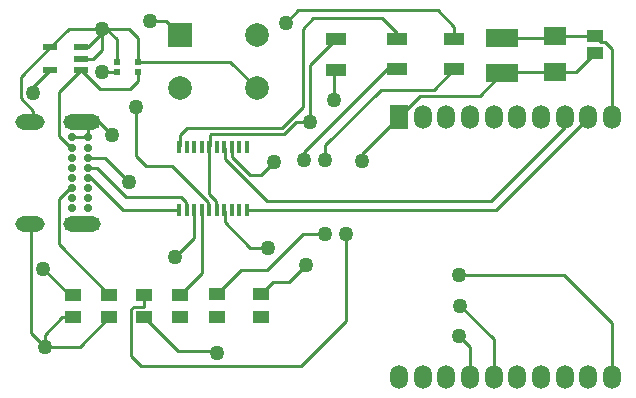
<source format=gtl>
G04*
G04 #@! TF.GenerationSoftware,Altium Limited,CircuitMaker,2.2.1 (2.2.1.6)*
G04*
G04 Layer_Physical_Order=1*
G04 Layer_Color=25308*
%FSLAX42Y42*%
%MOMM*%
G71*
G04*
G04 #@! TF.SameCoordinates,5355ADBA-153D-489E-8AFD-21DFC59981DC*
G04*
G04*
G04 #@! TF.FilePolarity,Positive*
G04*
G01*
G75*
%ADD11C,0.25*%
%ADD14R,0.38X1.14*%
%ADD15R,1.20X0.55*%
%ADD16R,1.70X1.10*%
%ADD17R,1.40X1.02*%
%ADD18R,0.55X0.55*%
%ADD19R,2.80X1.50*%
%ADD20R,1.90X1.50*%
%ADD21R,1.35X1.10*%
%ADD39C,2.00*%
%ADD40R,2.00X2.00*%
%ADD41O,1.52X2.03*%
%ADD42R,1.52X2.03*%
G04:AMPARAMS|DCode=43|XSize=1.3mm|YSize=2.5mm|CornerRadius=0.65mm|HoleSize=0mm|Usage=FLASHONLY|Rotation=270.000|XOffset=0mm|YOffset=0mm|HoleType=Round|Shape=RoundedRectangle|*
%AMROUNDEDRECTD43*
21,1,1.30,1.20,0,0,270.0*
21,1,0.00,2.50,0,0,270.0*
1,1,1.30,-0.60,0.00*
1,1,1.30,-0.60,0.00*
1,1,1.30,0.60,0.00*
1,1,1.30,0.60,0.00*
%
%ADD43ROUNDEDRECTD43*%
G04:AMPARAMS|DCode=44|XSize=1.3mm|YSize=3.2mm|CornerRadius=0.65mm|HoleSize=0mm|Usage=FLASHONLY|Rotation=270.000|XOffset=0mm|YOffset=0mm|HoleType=Round|Shape=RoundedRectangle|*
%AMROUNDEDRECTD44*
21,1,1.30,1.90,0,0,270.0*
21,1,0.00,3.20,0,0,270.0*
1,1,1.30,-0.95,0.00*
1,1,1.30,-0.95,0.00*
1,1,1.30,0.95,0.00*
1,1,1.30,0.95,0.00*
%
%ADD44ROUNDEDRECTD44*%
%ADD45C,0.70*%
%ADD46C,1.27*%
D11*
X5651Y10858D02*
X6099D01*
X4953Y11532D02*
X6134D01*
X6487Y10808D02*
X6680Y11001D01*
X5979Y10808D02*
X6487D01*
X3912Y9449D02*
X4070Y9608D01*
Y9841D01*
X4635Y10135D02*
X4750Y10249D01*
X4547Y10135D02*
X4635D01*
X4388Y10293D02*
X4547Y10135D01*
X4388Y10293D02*
Y10377D01*
X3581Y10300D02*
Y10719D01*
Y10300D02*
X3662Y10219D01*
X3264Y10592D02*
X3378Y10478D01*
X3125Y10592D02*
X3264D01*
X3175Y10457D02*
Y10542D01*
X3125Y10592D02*
X3175Y10542D01*
X3040Y10457D02*
X3175D01*
X2692Y8801D02*
X2807Y8687D01*
X2692Y8801D02*
Y9710D01*
X2710Y9728D01*
X2603Y10969D02*
X2854Y11220D01*
X2603Y10791D02*
Y10969D01*
Y10791D02*
X2710Y10685D01*
Y10592D02*
Y10685D01*
X4936Y10592D02*
X5055D01*
X4834Y10490D02*
X4936Y10592D01*
X4216Y10490D02*
X4834D01*
X4204Y10478D02*
X4216Y10490D01*
X4204Y10384D02*
Y10478D01*
X4197Y10377D02*
X4204Y10384D01*
X6312Y8776D02*
X6406Y8682D01*
Y8433D02*
Y8682D01*
X7610Y8433D02*
Y8887D01*
X7201Y9296D02*
X7610Y8887D01*
X6312Y9296D02*
X7201D01*
X3696Y11443D02*
X3835D01*
X3950Y11328D01*
X6607Y8433D02*
Y8748D01*
X6325Y9030D02*
X6607Y8748D01*
X4254Y8649D02*
X4267Y8636D01*
X3931Y8649D02*
X4254D01*
X3645Y8934D02*
X3931Y8649D01*
X5488Y10257D02*
Y10317D01*
X5804Y10632D01*
X5055Y10592D02*
Y11074D01*
X5271Y11290D01*
X4254Y9848D02*
X4261Y9841D01*
X4254Y9848D02*
Y9923D01*
X4197Y9980D02*
X4254Y9923D01*
X4197Y9980D02*
Y10377D01*
X3594Y11100D02*
X4378D01*
X4600Y10878D01*
X2927Y10843D02*
X3115Y11030D01*
X2927Y10467D02*
Y10843D01*
X3594Y10935D02*
Y11010D01*
X3531Y10871D02*
X3594Y10935D01*
X7610Y10632D02*
Y11210D01*
X7551Y11269D02*
X7610Y11210D01*
X7514Y11269D02*
X7551D01*
X7468Y11316D02*
X7514Y11269D01*
X7112Y11301D02*
X7125Y11313D01*
X6680Y11301D02*
X7112D01*
X7465Y11313D02*
X7468Y11316D01*
X7125Y11313D02*
X7465D01*
X7125Y11013D02*
X7305D01*
X7468Y11176D01*
X6680Y11001D02*
X6693Y11013D01*
X7125D01*
X5804Y10632D02*
X5979Y10808D01*
X5705Y11033D02*
X5791D01*
Y11293D02*
Y11341D01*
X5664Y11468D02*
X5791Y11341D01*
X5080Y11468D02*
X5664D01*
X4978Y8522D02*
X5359Y8903D01*
X3619Y8522D02*
X4978D01*
X3537Y8604D02*
X3619Y8522D01*
X2807Y8687D02*
X3105D01*
X2807D02*
Y8788D01*
X2953Y8934D01*
X3105Y8687D02*
X3353Y8934D01*
X5258Y11018D02*
X5271Y11030D01*
X5258Y10770D02*
Y11018D01*
X5359Y8903D02*
Y9639D01*
X3537Y8604D02*
Y9001D01*
X3559Y9023D01*
X3645D01*
Y9125D01*
X5004Y10332D02*
X5705Y11033D01*
X5004Y10262D02*
Y10332D01*
X5182Y10262D02*
Y10389D01*
X5651Y10858D01*
X4813Y10541D02*
X4991Y10719D01*
X4267Y9131D02*
X4470Y9335D01*
X4686D01*
X4991Y9639D01*
X5182D01*
X4839Y9233D02*
X4877D01*
X5017Y9373D01*
X4734Y9232D02*
X4839Y9233D01*
X4635Y9131D02*
X4734Y9232D01*
X3016Y9125D02*
X3048D01*
X2953Y8934D02*
X3048D01*
X2794Y9347D02*
X3016Y9125D01*
X3950D02*
X4134Y9309D01*
X2927Y9551D02*
X3353Y9125D01*
X6099Y10858D02*
X6274Y11033D01*
X4991Y11379D02*
X5080Y11468D01*
X4991Y10719D02*
Y11379D01*
X3213Y11125D02*
X3289Y11201D01*
Y11341D01*
X3327Y11379D02*
X3518D01*
X3289Y11341D02*
Y11379D01*
X3327D01*
X3416Y11290D01*
X3168Y11220D02*
X3289Y11341D01*
X3013Y11379D02*
X3289D01*
X2705Y10881D02*
X2854Y11030D01*
X2705Y10833D02*
Y10881D01*
X3289Y11011D02*
X3290Y11010D01*
X3416D01*
Y11100D02*
Y11290D01*
X3518Y11379D02*
X3594Y11303D01*
X2854Y11220D02*
X3013Y11379D01*
X3594Y11100D02*
Y11303D01*
X3115Y11125D02*
X3213D01*
X3115Y11220D02*
X3168D01*
X3274Y10871D02*
X3531D01*
X3115Y11030D02*
X3274Y10871D01*
X3010Y10384D02*
X3040D01*
X4013Y10541D02*
X4813D01*
X3950Y10478D02*
X4013Y10541D01*
X3950Y10384D02*
Y10478D01*
X3943Y10377D02*
X3950Y10384D01*
X6274Y11293D02*
Y11392D01*
X6134Y11532D02*
X6274Y11392D01*
X4851Y11430D02*
X4953Y11532D01*
X4546Y9525D02*
X4699D01*
X4331Y9741D02*
X4546Y9525D01*
X4331Y9741D02*
Y9835D01*
X4324Y9841D02*
X4331Y9835D01*
X7211Y10549D02*
Y10630D01*
X6580Y9918D02*
X7211Y10549D01*
X4689Y9918D02*
X6580D01*
X4331Y10277D02*
X4689Y9918D01*
X4331Y10277D02*
Y10371D01*
X4324Y10377D02*
X4331Y10371D01*
X6623Y9841D02*
X7412Y10630D01*
X4515Y9841D02*
X6623D01*
X4134Y9309D02*
Y9841D01*
X3662Y10219D02*
X3886D01*
X4191Y9848D02*
X4197Y9841D01*
X4191Y9848D02*
Y9914D01*
X3886Y10219D02*
X4191Y9914D01*
X3315Y10287D02*
X3518Y10084D01*
X3469Y9841D02*
X3943D01*
X3193Y10117D02*
X3469Y9841D01*
X3175Y10117D02*
X3193D01*
X3175Y10287D02*
X3315D01*
X3010Y10020D02*
X3040D01*
X2927Y9551D02*
Y9937D01*
X3010Y10020D01*
X3040D02*
Y10032D01*
X2927Y10467D02*
X3010Y10384D01*
X3958Y9957D02*
X4001Y9914D01*
X3492Y9957D02*
X3958D01*
X3247Y10202D02*
X3492Y9957D01*
X3175Y10202D02*
X3247D01*
X4001Y9848D02*
X4007Y9841D01*
X4001Y9848D02*
Y9914D01*
X3040Y10372D02*
Y10384D01*
D14*
X4261Y9841D02*
D03*
X4197D02*
D03*
X4134D02*
D03*
X4070D02*
D03*
X4007D02*
D03*
X3943D02*
D03*
X4324D02*
D03*
X4388D02*
D03*
X4451D02*
D03*
X4515D02*
D03*
X4197Y10377D02*
D03*
X4261D02*
D03*
X4324D02*
D03*
X4388D02*
D03*
X4451D02*
D03*
X4515D02*
D03*
X4134D02*
D03*
X4070D02*
D03*
X4007D02*
D03*
X3943D02*
D03*
D15*
X3115Y11030D02*
D03*
Y11125D02*
D03*
Y11220D02*
D03*
X2854D02*
D03*
Y11030D02*
D03*
D16*
X5271Y11290D02*
D03*
Y11030D02*
D03*
X5791Y11293D02*
D03*
Y11033D02*
D03*
X6274Y11293D02*
D03*
Y11033D02*
D03*
D17*
X4635Y8941D02*
D03*
Y9131D02*
D03*
X3645Y9125D02*
D03*
Y8934D02*
D03*
X3048D02*
D03*
Y9125D02*
D03*
X3353D02*
D03*
Y8934D02*
D03*
X3950Y9125D02*
D03*
Y8934D02*
D03*
X4267Y8941D02*
D03*
Y9131D02*
D03*
D18*
X3416Y11100D02*
D03*
Y11010D02*
D03*
X3594Y11100D02*
D03*
Y11010D02*
D03*
D19*
X6680Y11001D02*
D03*
Y11301D02*
D03*
D20*
X7125Y11013D02*
D03*
Y11313D02*
D03*
D21*
X7468Y11176D02*
D03*
Y11316D02*
D03*
D39*
X4600Y10878D02*
D03*
X3950D02*
D03*
X4600Y11328D02*
D03*
D40*
X3950D02*
D03*
D41*
X7610Y10632D02*
D03*
X7409D02*
D03*
X7209D02*
D03*
X7008D02*
D03*
X6807D02*
D03*
X6607D02*
D03*
X6406D02*
D03*
X6205D02*
D03*
X6005D02*
D03*
X5804Y8433D02*
D03*
X6005D02*
D03*
X6205D02*
D03*
X6406D02*
D03*
X6607D02*
D03*
X6807D02*
D03*
X7008D02*
D03*
X7209D02*
D03*
X7409D02*
D03*
X7610D02*
D03*
D42*
X5804Y10632D02*
D03*
D43*
X2680Y10592D02*
D03*
Y9728D02*
D03*
D44*
X3125D02*
D03*
Y10592D02*
D03*
D45*
X3040Y9862D02*
D03*
Y9947D02*
D03*
Y10032D02*
D03*
Y10117D02*
D03*
Y10202D02*
D03*
Y10287D02*
D03*
Y10372D02*
D03*
Y10457D02*
D03*
X3175Y9862D02*
D03*
Y9947D02*
D03*
Y10032D02*
D03*
Y10117D02*
D03*
Y10202D02*
D03*
Y10287D02*
D03*
Y10372D02*
D03*
Y10457D02*
D03*
D46*
X4267Y8636D02*
D03*
X3912Y9449D02*
D03*
X4750Y10249D02*
D03*
X3581Y10719D02*
D03*
X3378Y10478D02*
D03*
X6312Y8776D02*
D03*
Y9296D02*
D03*
X3696Y11443D02*
D03*
X6325Y9030D02*
D03*
X5488Y10257D02*
D03*
X5055Y10592D02*
D03*
X2807Y8687D02*
D03*
X5258Y10770D02*
D03*
X5359Y9639D02*
D03*
X5182Y10262D02*
D03*
X5004D02*
D03*
X5182Y9639D02*
D03*
X5017Y9373D02*
D03*
X3289Y11379D02*
D03*
X2705Y10833D02*
D03*
X3289Y11011D02*
D03*
X4851Y11430D02*
D03*
X4699Y9525D02*
D03*
X2794Y9347D02*
D03*
X3518Y10084D02*
D03*
M02*

</source>
